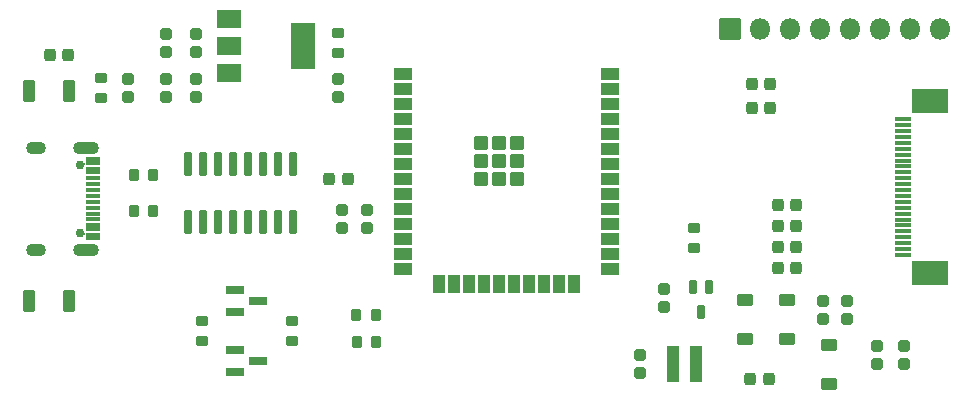
<source format=gbr>
%TF.GenerationSoftware,KiCad,Pcbnew,(6.0.9-0)*%
%TF.CreationDate,2023-03-15T21:38:29+08:00*%
%TF.ProjectId,Epaper-mcu,45706170-6572-42d6-9d63-752e6b696361,rev?*%
%TF.SameCoordinates,Original*%
%TF.FileFunction,Soldermask,Top*%
%TF.FilePolarity,Negative*%
%FSLAX46Y46*%
G04 Gerber Fmt 4.6, Leading zero omitted, Abs format (unit mm)*
G04 Created by KiCad (PCBNEW (6.0.9-0)) date 2023-03-15 21:38:29*
%MOMM*%
%LPD*%
G01*
G04 APERTURE LIST*
G04 Aperture macros list*
%AMRoundRect*
0 Rectangle with rounded corners*
0 $1 Rounding radius*
0 $2 $3 $4 $5 $6 $7 $8 $9 X,Y pos of 4 corners*
0 Add a 4 corners polygon primitive as box body*
4,1,4,$2,$3,$4,$5,$6,$7,$8,$9,$2,$3,0*
0 Add four circle primitives for the rounded corners*
1,1,$1+$1,$2,$3*
1,1,$1+$1,$4,$5*
1,1,$1+$1,$6,$7*
1,1,$1+$1,$8,$9*
0 Add four rect primitives between the rounded corners*
20,1,$1+$1,$2,$3,$4,$5,0*
20,1,$1+$1,$4,$5,$6,$7,0*
20,1,$1+$1,$6,$7,$8,$9,0*
20,1,$1+$1,$8,$9,$2,$3,0*%
G04 Aperture macros list end*
%ADD10RoundRect,0.275000X0.225000X0.250000X-0.225000X0.250000X-0.225000X-0.250000X0.225000X-0.250000X0*%
%ADD11RoundRect,0.200000X-0.587500X-0.150000X0.587500X-0.150000X0.587500X0.150000X-0.587500X0.150000X0*%
%ADD12RoundRect,0.250000X-0.275000X0.200000X-0.275000X-0.200000X0.275000X-0.200000X0.275000X0.200000X0*%
%ADD13RoundRect,0.275000X-0.225000X-0.250000X0.225000X-0.250000X0.225000X0.250000X-0.225000X0.250000X0*%
%ADD14RoundRect,0.050000X-0.250000X0.525000X-0.250000X-0.525000X0.250000X-0.525000X0.250000X0.525000X0*%
%ADD15C,0.750000*%
%ADD16RoundRect,0.050000X-0.575000X0.150000X-0.575000X-0.150000X0.575000X-0.150000X0.575000X0.150000X0*%
%ADD17O,2.200000X1.100000*%
%ADD18O,1.700000X1.100000*%
%ADD19RoundRect,0.050000X-1.000000X-0.750000X1.000000X-0.750000X1.000000X0.750000X-1.000000X0.750000X0*%
%ADD20RoundRect,0.050000X-1.000000X-1.900000X1.000000X-1.900000X1.000000X1.900000X-1.000000X1.900000X0*%
%ADD21RoundRect,0.050000X-0.600000X0.450000X-0.600000X-0.450000X0.600000X-0.450000X0.600000X0.450000X0*%
%ADD22RoundRect,0.050000X-0.750000X-0.450000X0.750000X-0.450000X0.750000X0.450000X-0.750000X0.450000X0*%
%ADD23RoundRect,0.050000X0.450000X-0.750000X0.450000X0.750000X-0.450000X0.750000X-0.450000X-0.750000X0*%
%ADD24RoundRect,0.050000X0.750000X0.450000X-0.750000X0.450000X-0.750000X-0.450000X0.750000X-0.450000X0*%
%ADD25RoundRect,0.050000X0.525000X0.525000X-0.525000X0.525000X-0.525000X-0.525000X0.525000X-0.525000X0*%
%ADD26RoundRect,0.275000X0.250000X-0.225000X0.250000X0.225000X-0.250000X0.225000X-0.250000X-0.225000X0*%
%ADD27RoundRect,0.050000X0.625000X-0.150000X0.625000X0.150000X-0.625000X0.150000X-0.625000X-0.150000X0*%
%ADD28RoundRect,0.050000X1.500000X-1.000000X1.500000X1.000000X-1.500000X1.000000X-1.500000X-1.000000X0*%
%ADD29RoundRect,0.250000X-0.200000X-0.275000X0.200000X-0.275000X0.200000X0.275000X-0.200000X0.275000X0*%
%ADD30RoundRect,0.050000X-0.450000X-0.850000X0.450000X-0.850000X0.450000X0.850000X-0.450000X0.850000X0*%
%ADD31RoundRect,0.268750X0.256250X-0.218750X0.256250X0.218750X-0.256250X0.218750X-0.256250X-0.218750X0*%
%ADD32RoundRect,0.050000X0.600000X-0.450000X0.600000X0.450000X-0.600000X0.450000X-0.600000X-0.450000X0*%
%ADD33RoundRect,0.275000X-0.250000X0.225000X-0.250000X-0.225000X0.250000X-0.225000X0.250000X0.225000X0*%
%ADD34RoundRect,0.250000X0.275000X-0.200000X0.275000X0.200000X-0.275000X0.200000X-0.275000X-0.200000X0*%
%ADD35RoundRect,0.050000X0.850000X-0.850000X0.850000X0.850000X-0.850000X0.850000X-0.850000X-0.850000X0*%
%ADD36O,1.800000X1.800000*%
%ADD37RoundRect,0.050000X-0.500000X-1.500000X0.500000X-1.500000X0.500000X1.500000X-0.500000X1.500000X0*%
%ADD38RoundRect,0.268750X-0.256250X0.218750X-0.256250X-0.218750X0.256250X-0.218750X0.256250X0.218750X0*%
%ADD39RoundRect,0.200000X-0.150000X0.825000X-0.150000X-0.825000X0.150000X-0.825000X0.150000X0.825000X0*%
G04 APERTURE END LIST*
D10*
%TO.C,C1*%
X117234000Y-89662000D03*
X115684000Y-89662000D03*
%TD*%
D11*
%TO.C,Q1*%
X131396500Y-109540000D03*
X131396500Y-111440000D03*
X133271500Y-110490000D03*
%TD*%
D12*
%TO.C,R5*%
X128524000Y-112205000D03*
X128524000Y-113855000D03*
%TD*%
D13*
%TO.C,C13*%
X175107600Y-94132400D03*
X176657600Y-94132400D03*
%TD*%
%TO.C,C17*%
X177292000Y-107696000D03*
X178842000Y-107696000D03*
%TD*%
D14*
%TO.C,Q3*%
X171465000Y-109313000D03*
X170165000Y-109313000D03*
X170815000Y-111413000D03*
%TD*%
D15*
%TO.C,J1*%
X118225800Y-98938600D03*
X118225800Y-104718600D03*
D16*
X119290800Y-98478600D03*
X119290800Y-99278600D03*
X119290800Y-100578600D03*
X119290800Y-101578600D03*
X119290800Y-102078600D03*
X119290800Y-103078600D03*
X119290800Y-104378600D03*
X119290800Y-105178600D03*
X119290800Y-104878600D03*
X119290800Y-104078600D03*
X119290800Y-103578600D03*
X119290800Y-102578600D03*
X119290800Y-101078600D03*
X119290800Y-100078600D03*
X119290800Y-99578600D03*
X119290800Y-98778600D03*
D17*
X118725800Y-106148600D03*
X118725800Y-97508600D03*
D18*
X114545800Y-97508600D03*
X114545800Y-106148600D03*
%TD*%
D19*
%TO.C,U3*%
X130809600Y-86600000D03*
X130809600Y-88900000D03*
D20*
X137109600Y-88900000D03*
D19*
X130809600Y-91200000D03*
%TD*%
D21*
%TO.C,D2*%
X174498000Y-110364000D03*
X174498000Y-113664000D03*
%TD*%
D22*
%TO.C,U1*%
X145599000Y-91288000D03*
X145599000Y-92558000D03*
X145599000Y-93828000D03*
X145599000Y-95098000D03*
X145599000Y-96368000D03*
X145599000Y-97638000D03*
X145599000Y-98908000D03*
X145599000Y-100178000D03*
X145599000Y-101448000D03*
X145599000Y-102718000D03*
X145599000Y-103988000D03*
X145599000Y-105258000D03*
X145599000Y-106528000D03*
X145599000Y-107798000D03*
D23*
X148629000Y-109048000D03*
X149899000Y-109048000D03*
X151169000Y-109048000D03*
X152439000Y-109048000D03*
X153709000Y-109048000D03*
X154979000Y-109048000D03*
X156249000Y-109048000D03*
X157519000Y-109048000D03*
X158789000Y-109048000D03*
X160059000Y-109048000D03*
D24*
X163099000Y-107798000D03*
X163099000Y-106528000D03*
X163099000Y-105258000D03*
X163099000Y-103988000D03*
X163099000Y-102718000D03*
X163099000Y-101448000D03*
X163099000Y-100178000D03*
X163099000Y-98908000D03*
X163099000Y-97638000D03*
X163099000Y-96368000D03*
X163099000Y-95098000D03*
X163099000Y-93828000D03*
X163099000Y-92558000D03*
X163099000Y-91288000D03*
D25*
X155194000Y-98628000D03*
X155194000Y-100153000D03*
X153669000Y-97103000D03*
X152144000Y-98628000D03*
X152144000Y-97103000D03*
X155194000Y-97103000D03*
X153669000Y-100153000D03*
X152144000Y-100153000D03*
X153669000Y-98628000D03*
%TD*%
D26*
%TO.C,C5*%
X125476000Y-93231000D03*
X125476000Y-91681000D03*
%TD*%
D13*
%TO.C,C11*%
X174993000Y-117094000D03*
X176543000Y-117094000D03*
%TD*%
D27*
%TO.C,FPC1*%
X187877000Y-95088000D03*
X187877000Y-95588000D03*
X187877000Y-96088000D03*
X187877000Y-96588000D03*
X187877000Y-97088000D03*
X187877000Y-97588000D03*
X187877000Y-98088000D03*
X187877000Y-98588000D03*
X187877000Y-99088000D03*
X187877000Y-99588000D03*
X187877000Y-100088000D03*
X187877000Y-100588000D03*
X187877000Y-101088000D03*
X187877000Y-101588000D03*
X187877000Y-102088000D03*
X187877000Y-102588000D03*
X187877000Y-103088000D03*
X187877000Y-103588000D03*
X187877000Y-104088000D03*
X187877000Y-104588000D03*
X187877000Y-105088000D03*
X187877000Y-105588000D03*
X187877000Y-106088000D03*
X187877000Y-106588000D03*
D28*
X190201000Y-108128000D03*
X190201000Y-93548000D03*
%TD*%
D13*
%TO.C,C16*%
X177292000Y-105918000D03*
X178842000Y-105918000D03*
%TD*%
D26*
%TO.C,C18*%
X181102000Y-112027000D03*
X181102000Y-110477000D03*
%TD*%
D29*
%TO.C,R6*%
X122783600Y-102870000D03*
X124433600Y-102870000D03*
%TD*%
D30*
%TO.C,BOOT*%
X113920800Y-110490000D03*
X117320800Y-110490000D03*
%TD*%
D31*
%TO.C,PWR*%
X140081000Y-93243500D03*
X140081000Y-91668500D03*
%TD*%
D32*
%TO.C,D3*%
X181610000Y-117474000D03*
X181610000Y-114174000D03*
%TD*%
D29*
%TO.C,R2*%
X141669000Y-113919000D03*
X143319000Y-113919000D03*
%TD*%
D13*
%TO.C,C14*%
X177292000Y-102362000D03*
X178842000Y-102362000D03*
%TD*%
D33*
%TO.C,C6*%
X140411200Y-102755400D03*
X140411200Y-104305400D03*
%TD*%
D26*
%TO.C,C8*%
X165608000Y-116599000D03*
X165608000Y-115049000D03*
%TD*%
D30*
%TO.C,RST_EN*%
X113920800Y-92710000D03*
X117320800Y-92710000D03*
%TD*%
D26*
%TO.C,C2*%
X122301000Y-93231000D03*
X122301000Y-91681000D03*
%TD*%
D34*
%TO.C,R4*%
X136144000Y-113855000D03*
X136144000Y-112205000D03*
%TD*%
D35*
%TO.C,J2*%
X173243000Y-87433000D03*
D36*
X175783000Y-87433000D03*
X178323000Y-87433000D03*
X180863000Y-87433000D03*
X183403000Y-87433000D03*
X185943000Y-87433000D03*
X188483000Y-87433000D03*
X191023000Y-87433000D03*
%TD*%
D12*
%TO.C,R8*%
X170180000Y-104331000D03*
X170180000Y-105981000D03*
%TD*%
D13*
%TO.C,C3*%
X139331400Y-100126800D03*
X140881400Y-100126800D03*
%TD*%
D34*
%TO.C,R1*%
X120015000Y-93281000D03*
X120015000Y-91631000D03*
%TD*%
D21*
%TO.C,D4*%
X178054000Y-110364000D03*
X178054000Y-113664000D03*
%TD*%
D29*
%TO.C,R7*%
X122771400Y-99822000D03*
X124421400Y-99822000D03*
%TD*%
D12*
%TO.C,R9*%
X140081000Y-87821000D03*
X140081000Y-89471000D03*
%TD*%
D13*
%TO.C,C12*%
X175107600Y-92100400D03*
X176657600Y-92100400D03*
%TD*%
D11*
%TO.C,Q2*%
X131396500Y-114620000D03*
X131396500Y-116520000D03*
X133271500Y-115570000D03*
%TD*%
D26*
%TO.C,C20*%
X185674000Y-115837000D03*
X185674000Y-114287000D03*
%TD*%
%TO.C,C10*%
X128016000Y-89421000D03*
X128016000Y-87871000D03*
%TD*%
%TO.C,C21*%
X187960000Y-115837000D03*
X187960000Y-114287000D03*
%TD*%
D37*
%TO.C,L1*%
X168418000Y-115824000D03*
X170418000Y-115824000D03*
%TD*%
D26*
%TO.C,C7*%
X142544800Y-104305400D03*
X142544800Y-102755400D03*
%TD*%
%TO.C,C19*%
X183134000Y-112040000D03*
X183134000Y-110490000D03*
%TD*%
D13*
%TO.C,C15*%
X177292000Y-104140000D03*
X178842000Y-104140000D03*
%TD*%
D29*
%TO.C,R3*%
X141606000Y-111633000D03*
X143256000Y-111633000D03*
%TD*%
D38*
%TO.C,R10*%
X167640000Y-109448500D03*
X167640000Y-111023500D03*
%TD*%
D26*
%TO.C,C4*%
X128016000Y-93231000D03*
X128016000Y-91681000D03*
%TD*%
D39*
%TO.C,U2*%
X136271000Y-98871000D03*
X135001000Y-98871000D03*
X133731000Y-98871000D03*
X132461000Y-98871000D03*
X131191000Y-98871000D03*
X129921000Y-98871000D03*
X128651000Y-98871000D03*
X127381000Y-98871000D03*
X127381000Y-103821000D03*
X128651000Y-103821000D03*
X129921000Y-103821000D03*
X131191000Y-103821000D03*
X132461000Y-103821000D03*
X133731000Y-103821000D03*
X135001000Y-103821000D03*
X136271000Y-103821000D03*
%TD*%
D26*
%TO.C,C9*%
X125476000Y-89421000D03*
X125476000Y-87871000D03*
%TD*%
G36*
X118595094Y-104670764D02*
G01*
X118613815Y-104701314D01*
X118649394Y-104709855D01*
X118670732Y-104696196D01*
X118672730Y-104696104D01*
X118673399Y-104696703D01*
X118677939Y-104693669D01*
X118679935Y-104693538D01*
X118681046Y-104695201D01*
X118680713Y-104696443D01*
X118671491Y-104710245D01*
X118667800Y-104728799D01*
X118667800Y-104877794D01*
X118666800Y-104879526D01*
X118664800Y-104879526D01*
X118663952Y-104878559D01*
X118649624Y-104843970D01*
X118615801Y-104829960D01*
X118581733Y-104844072D01*
X118575182Y-104853088D01*
X118573355Y-104853901D01*
X118571737Y-104852725D01*
X118571782Y-104851004D01*
X118580521Y-104833854D01*
X118598775Y-104718600D01*
X118591414Y-104672122D01*
X118592130Y-104670255D01*
X118594106Y-104669942D01*
X118595094Y-104670764D01*
G37*
G36*
X118667059Y-98777858D02*
G01*
X118667800Y-98779412D01*
X118667800Y-98928401D01*
X118671491Y-98946954D01*
X118680714Y-98960757D01*
X118680845Y-98962752D01*
X118679182Y-98963864D01*
X118677940Y-98963531D01*
X118673243Y-98960393D01*
X118671831Y-98961089D01*
X118670851Y-98960756D01*
X118651263Y-98947669D01*
X118615377Y-98954808D01*
X118595061Y-98986547D01*
X118593285Y-98987467D01*
X118591601Y-98986389D01*
X118591402Y-98985156D01*
X118598775Y-98938600D01*
X118580521Y-98823346D01*
X118570692Y-98804056D01*
X118570797Y-98802059D01*
X118572579Y-98801151D01*
X118573773Y-98801627D01*
X118601021Y-98824899D01*
X118637518Y-98822026D01*
X118661467Y-98793985D01*
X118663825Y-98779099D01*
X118665083Y-98777545D01*
X118667059Y-98777858D01*
G37*
M02*

</source>
